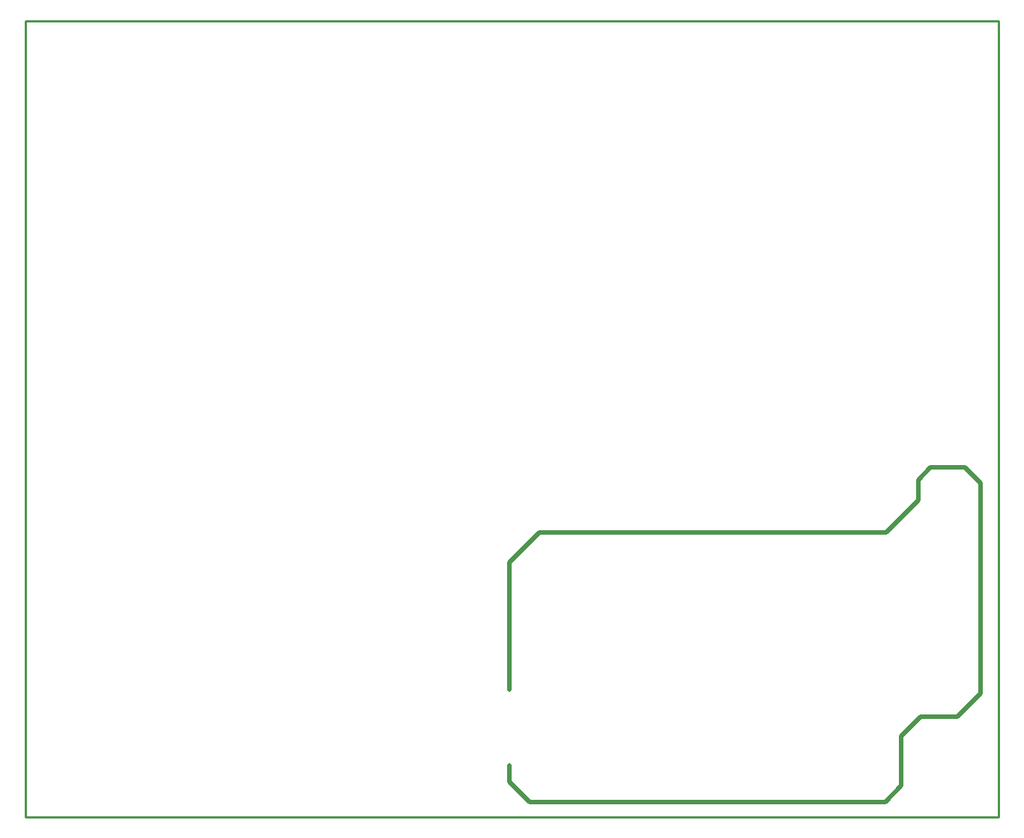
<source format=gko>
G04*
G04 #@! TF.GenerationSoftware,Altium Limited,Altium Designer,18.0.7 (293)*
G04*
G04 Layer_Color=16711935*
%FSLAX25Y25*%
%MOIN*%
G70*
G01*
G75*
%ADD21C,0.02000*%
%ADD52C,0.01000*%
D21*
X196850Y-279134D02*
Y-272047D01*
Y-279134D02*
X205906Y-288189D01*
X364045D01*
X371336Y-280898D01*
Y-259055D01*
X379997Y-250394D01*
X396063D01*
X406693Y-239764D01*
Y-146381D01*
X399682Y-139370D02*
X406693Y-146381D01*
X384252Y-139370D02*
X399682D01*
X378740Y-144882D02*
X384252Y-139370D01*
X378740Y-154001D02*
Y-144882D01*
X364631Y-168110D02*
X378740Y-154001D01*
X210300Y-168110D02*
X364631D01*
X196850Y-181560D02*
X210300Y-168110D01*
X196850Y-238099D02*
Y-181560D01*
D52*
X-18435Y59482D02*
X414636D01*
X-18435Y-294848D02*
Y59482D01*
X414636Y-294848D02*
Y59482D01*
X-18435Y-294848D02*
X414636D01*
M02*

</source>
